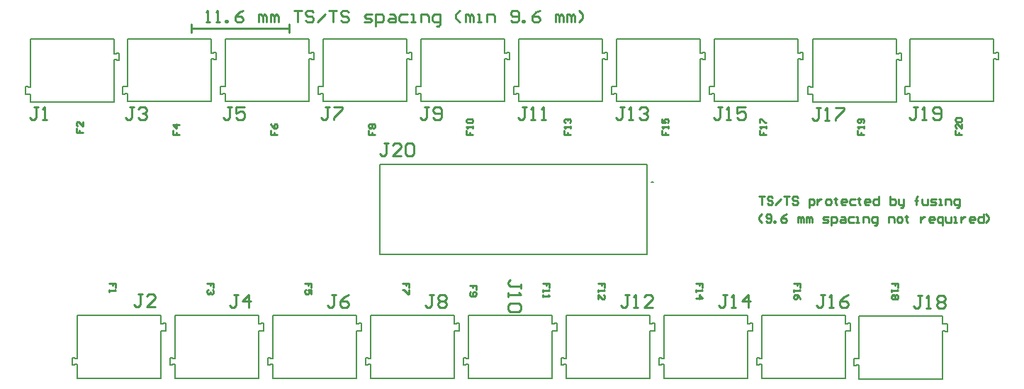
<source format=gto>
G04*
G04 #@! TF.GenerationSoftware,Altium Limited,Altium Designer,20.1.14 (287)*
G04*
G04 Layer_Color=65535*
%FSLAX25Y25*%
%MOIN*%
G70*
G04*
G04 #@! TF.SameCoordinates,283F559E-812C-43F7-8757-F5CE0260A4F6*
G04*
G04*
G04 #@! TF.FilePolarity,Positive*
G04*
G01*
G75*
%ADD10C,0.00787*%
%ADD11C,0.00500*%
%ADD12C,0.01000*%
D10*
X297323Y105591D02*
X296535D01*
X297323D01*
X433528Y13008D02*
Y35449D01*
Y38795D02*
Y42535D01*
Y35449D02*
X435890Y35252D01*
X433528Y38795D02*
X435890Y38992D01*
Y35252D02*
Y38992D01*
X394158Y22456D02*
Y42535D01*
X433528D01*
X394158Y13008D02*
Y19701D01*
X391796Y19405D02*
X394158Y19701D01*
X391796Y22752D02*
X394158Y22456D01*
X391796Y19405D02*
Y22752D01*
X394158Y13008D02*
X433528Y13008D01*
X387686Y13236D02*
Y35677D01*
Y39023D02*
Y42763D01*
Y35677D02*
X390048Y35480D01*
X387686Y39023D02*
X390048Y39220D01*
Y35480D02*
Y39220D01*
X348316Y22685D02*
Y42763D01*
X387686D01*
X348316Y13236D02*
Y19929D01*
X345953Y19634D02*
X348316Y19929D01*
X345953Y22980D02*
X348316Y22685D01*
X345953Y19634D02*
Y22980D01*
X348316Y13236D02*
X387686Y13236D01*
X341686D02*
Y35677D01*
Y39023D02*
Y42763D01*
Y35677D02*
X344048Y35480D01*
X341686Y39023D02*
X344048Y39220D01*
Y35480D02*
Y39220D01*
X302315Y22685D02*
Y42763D01*
X341686D01*
X302315Y13236D02*
Y19929D01*
X299953Y19634D02*
X302315Y19929D01*
X299953Y22980D02*
X302315Y22685D01*
X299953Y19634D02*
Y22980D01*
X302315Y13236D02*
X341686Y13236D01*
X295686D02*
Y35677D01*
Y39023D02*
Y42763D01*
Y35677D02*
X298048Y35480D01*
X295686Y39023D02*
X298048Y39220D01*
Y35480D02*
Y39220D01*
X256315Y22685D02*
Y42763D01*
X295686D01*
X256315Y13236D02*
Y19929D01*
X253953Y19634D02*
X256315Y19929D01*
X253953Y22980D02*
X256315Y22685D01*
X253953Y19634D02*
Y22980D01*
X256315Y13236D02*
X295686Y13236D01*
X249686D02*
Y35677D01*
Y39023D02*
Y42763D01*
Y35677D02*
X252048Y35480D01*
X249686Y39023D02*
X252048Y39220D01*
Y35480D02*
Y39220D01*
X210315Y22685D02*
Y42763D01*
X249686D01*
X210315Y13236D02*
Y19929D01*
X207953Y19634D02*
X210315Y19929D01*
X207953Y22980D02*
X210315Y22685D01*
X207953Y19634D02*
Y22980D01*
X210315Y13236D02*
X249686Y13236D01*
X203686D02*
Y35677D01*
Y39023D02*
Y42763D01*
Y35677D02*
X206048Y35480D01*
X203686Y39023D02*
X206048Y39220D01*
Y35480D02*
Y39220D01*
X164315Y22685D02*
Y42763D01*
X203686D01*
X164315Y13236D02*
Y19929D01*
X161953Y19634D02*
X164315Y19929D01*
X161953Y22980D02*
X164315Y22685D01*
X161953Y19634D02*
Y22980D01*
X164315Y13236D02*
X203686Y13236D01*
X157686D02*
Y35677D01*
Y39023D02*
Y42763D01*
Y35677D02*
X160048Y35480D01*
X157686Y39023D02*
X160048Y39220D01*
Y35480D02*
Y39220D01*
X118315Y22685D02*
Y42763D01*
X157686D01*
X118315Y13236D02*
Y19929D01*
X115953Y19634D02*
X118315Y19929D01*
X115953Y22980D02*
X118315Y22685D01*
X115953Y19634D02*
Y22980D01*
X118315Y13236D02*
X157686Y13236D01*
X111686D02*
Y35677D01*
Y39023D02*
Y42763D01*
Y35677D02*
X114048Y35480D01*
X111686Y39023D02*
X114048Y39220D01*
Y35480D02*
Y39220D01*
X72316Y22685D02*
Y42763D01*
X111686D01*
X72316Y13236D02*
Y19929D01*
X69953Y19634D02*
X72316Y19929D01*
X69953Y22980D02*
X72316Y22685D01*
X69953Y19634D02*
Y22980D01*
X72316Y13236D02*
X111686Y13236D01*
X65686D02*
Y35677D01*
Y39023D02*
Y42763D01*
Y35677D02*
X68048Y35480D01*
X65686Y39023D02*
X68048Y39220D01*
Y35480D02*
Y39220D01*
X26316Y22685D02*
Y42763D01*
X65686D01*
X26316Y13236D02*
Y19929D01*
X23953Y19634D02*
X26316Y19929D01*
X23953Y22980D02*
X26316Y22685D01*
X23953Y19634D02*
Y22980D01*
X26316Y13236D02*
X65686Y13236D01*
X4314Y150323D02*
Y172764D01*
Y143237D02*
Y146977D01*
X1952Y150520D02*
X4314Y150323D01*
X1952Y146780D02*
X4314Y146977D01*
X1952Y146780D02*
Y150520D01*
X43685Y143237D02*
Y163315D01*
X4314Y143237D02*
X43685D01*
Y166071D02*
Y172764D01*
Y166071D02*
X46047Y166366D01*
X43685Y163315D02*
X46047Y163020D01*
Y166366D01*
X4314Y172764D02*
X43685Y172764D01*
X50157Y150551D02*
Y172992D01*
Y143465D02*
Y147205D01*
X47794Y150748D02*
X50157Y150551D01*
X47794Y147008D02*
X50157Y147205D01*
X47794Y147008D02*
Y150748D01*
X89527Y143465D02*
Y163543D01*
X50157Y143465D02*
X89527D01*
Y166299D02*
Y172992D01*
Y166299D02*
X91889Y166595D01*
X89527Y163543D02*
X91889Y163248D01*
Y166595D01*
X50157Y172992D02*
X89527Y172992D01*
X96157Y150551D02*
Y172992D01*
Y143465D02*
Y147205D01*
X93795Y150748D02*
X96157Y150551D01*
X93795Y147008D02*
X96157Y147205D01*
X93795Y147008D02*
Y150748D01*
X135527Y143465D02*
Y163543D01*
X96157Y143465D02*
X135527D01*
Y166299D02*
Y172992D01*
Y166299D02*
X137889Y166595D01*
X135527Y163543D02*
X137889Y163248D01*
Y166595D01*
X96157Y172992D02*
X135527Y172992D01*
X142157Y150551D02*
Y172992D01*
Y143465D02*
Y147205D01*
X139795Y150748D02*
X142157Y150551D01*
X139795Y147008D02*
X142157Y147205D01*
X139795Y147008D02*
Y150748D01*
X181527Y143465D02*
Y163543D01*
X142157Y143465D02*
X181527D01*
Y166299D02*
Y172992D01*
Y166299D02*
X183889Y166595D01*
X181527Y163543D02*
X183889Y163248D01*
Y166595D01*
X142157Y172992D02*
X181527Y172992D01*
X188157Y150551D02*
Y172992D01*
Y143465D02*
Y147205D01*
X185794Y150748D02*
X188157Y150551D01*
X185794Y147008D02*
X188157Y147205D01*
X185794Y147008D02*
Y150748D01*
X227527Y143465D02*
Y163543D01*
X188157Y143465D02*
X227527D01*
Y166299D02*
Y172992D01*
Y166299D02*
X229889Y166595D01*
X227527Y163543D02*
X229889Y163248D01*
Y166595D01*
X188157Y172992D02*
X227527Y172992D01*
X234157Y150551D02*
Y172992D01*
Y143465D02*
Y147205D01*
X231795Y150748D02*
X234157Y150551D01*
X231795Y147008D02*
X234157Y147205D01*
X231795Y147008D02*
Y150748D01*
X273527Y143465D02*
Y163543D01*
X234157Y143465D02*
X273527D01*
Y166299D02*
Y172992D01*
Y166299D02*
X275889Y166595D01*
X273527Y163543D02*
X275889Y163248D01*
Y166595D01*
X234157Y172992D02*
X273527Y172992D01*
X280157Y150551D02*
Y172992D01*
Y143465D02*
Y147205D01*
X277795Y150748D02*
X280157Y150551D01*
X277795Y147008D02*
X280157Y147205D01*
X277795Y147008D02*
Y150748D01*
X319527Y143465D02*
Y163543D01*
X280157Y143465D02*
X319527D01*
Y166299D02*
Y172992D01*
Y166299D02*
X321889Y166595D01*
X319527Y163543D02*
X321889Y163248D01*
Y166595D01*
X280157Y172992D02*
X319527Y172992D01*
X326157Y150551D02*
Y172992D01*
Y143465D02*
Y147205D01*
X323795Y150748D02*
X326157Y150551D01*
X323795Y147008D02*
X326157Y147205D01*
X323795Y147008D02*
Y150748D01*
X365527Y143465D02*
Y163543D01*
X326157Y143465D02*
X365527D01*
Y166299D02*
Y172992D01*
Y166299D02*
X367889Y166595D01*
X365527Y163543D02*
X367889Y163248D01*
Y166595D01*
X326157Y172992D02*
X365527Y172992D01*
X372314Y150323D02*
Y172764D01*
Y143237D02*
Y146977D01*
X369952Y150520D02*
X372314Y150323D01*
X369952Y146780D02*
X372314Y146977D01*
X369952Y146780D02*
Y150520D01*
X411685Y143237D02*
Y163315D01*
X372314Y143237D02*
X411685D01*
Y166071D02*
Y172764D01*
Y166071D02*
X414047Y166366D01*
X411685Y163315D02*
X414047Y163020D01*
Y166366D01*
X372314Y172764D02*
X411685Y172764D01*
X418157Y150551D02*
Y172992D01*
Y143465D02*
Y147205D01*
X415795Y150748D02*
X418157Y150551D01*
X415795Y147008D02*
X418157Y147205D01*
X415795Y147008D02*
Y150748D01*
X457527Y143465D02*
Y163543D01*
X418157Y143465D02*
X457527D01*
Y166299D02*
Y172992D01*
Y166299D02*
X459889Y166595D01*
X457527Y163543D02*
X459889Y163248D01*
Y166595D01*
X418157Y172992D02*
X457527Y172992D01*
D11*
X294370Y71732D02*
Y113858D01*
X168780Y71732D02*
Y113858D01*
Y71732D02*
X294370D01*
X168780Y113858D02*
X294370D01*
D12*
X80000Y176000D02*
Y180000D01*
X126000Y176000D02*
Y180000D01*
X80000Y178000D02*
X126000D01*
X347000Y99000D02*
X349624D01*
X348312D01*
Y95064D01*
X353560Y98344D02*
X352904Y99000D01*
X351592D01*
X350936Y98344D01*
Y97688D01*
X351592Y97032D01*
X352904D01*
X353560Y96376D01*
Y95720D01*
X352904Y95064D01*
X351592D01*
X350936Y95720D01*
X354872Y95064D02*
X357495Y97688D01*
X358807Y99000D02*
X361431D01*
X360119D01*
Y95064D01*
X365367Y98344D02*
X364711Y99000D01*
X363399D01*
X362743Y98344D01*
Y97688D01*
X363399Y97032D01*
X364711D01*
X365367Y96376D01*
Y95720D01*
X364711Y95064D01*
X363399D01*
X362743Y95720D01*
X370614Y93752D02*
Y97688D01*
X372582D01*
X373238Y97032D01*
Y95720D01*
X372582Y95064D01*
X370614D01*
X374550Y97688D02*
Y95064D01*
Y96376D01*
X375206Y97032D01*
X375862Y97688D01*
X376518D01*
X379142Y95064D02*
X380454D01*
X381110Y95720D01*
Y97032D01*
X380454Y97688D01*
X379142D01*
X378486Y97032D01*
Y95720D01*
X379142Y95064D01*
X383078Y98344D02*
Y97688D01*
X382422D01*
X383734D01*
X383078D01*
Y95720D01*
X383734Y95064D01*
X387669D02*
X386357D01*
X385701Y95720D01*
Y97032D01*
X386357Y97688D01*
X387669D01*
X388325Y97032D01*
Y96376D01*
X385701D01*
X392261Y97688D02*
X390293D01*
X389637Y97032D01*
Y95720D01*
X390293Y95064D01*
X392261D01*
X394229Y98344D02*
Y97688D01*
X393573D01*
X394885D01*
X394229D01*
Y95720D01*
X394885Y95064D01*
X398821D02*
X397509D01*
X396853Y95720D01*
Y97032D01*
X397509Y97688D01*
X398821D01*
X399477Y97032D01*
Y96376D01*
X396853D01*
X403412Y99000D02*
Y95064D01*
X401444D01*
X400788Y95720D01*
Y97032D01*
X401444Y97688D01*
X403412D01*
X408660Y99000D02*
Y95064D01*
X410628D01*
X411284Y95720D01*
Y96376D01*
Y97032D01*
X410628Y97688D01*
X408660D01*
X412596D02*
Y95720D01*
X413252Y95064D01*
X415219D01*
Y94408D01*
X414564Y93752D01*
X413908D01*
X415219Y95064D02*
Y97688D01*
X421123Y95064D02*
Y98344D01*
Y97032D01*
X420467D01*
X421779D01*
X421123D01*
Y98344D01*
X421779Y99000D01*
X423747Y97688D02*
Y95720D01*
X424403Y95064D01*
X426371D01*
Y97688D01*
X427683Y95064D02*
X429650D01*
X430306Y95720D01*
X429650Y96376D01*
X428339D01*
X427683Y97032D01*
X428339Y97688D01*
X430306D01*
X431618Y95064D02*
X432930D01*
X432274D01*
Y97688D01*
X431618D01*
X434898Y95064D02*
Y97688D01*
X436866D01*
X437522Y97032D01*
Y95064D01*
X440146Y93752D02*
X440802D01*
X441458Y94408D01*
Y97688D01*
X439490D01*
X438834Y97032D01*
Y95720D01*
X439490Y95064D01*
X441458D01*
X348312Y86629D02*
X347000Y87941D01*
Y89253D01*
X348312Y90565D01*
X350280Y87285D02*
X350936Y86629D01*
X352248D01*
X352904Y87285D01*
Y89909D01*
X352248Y90565D01*
X350936D01*
X350280Y89909D01*
Y89253D01*
X350936Y88597D01*
X352904D01*
X354216Y86629D02*
Y87285D01*
X354872D01*
Y86629D01*
X354216D01*
X360119Y90565D02*
X358807Y89909D01*
X357495Y88597D01*
Y87285D01*
X358151Y86629D01*
X359463D01*
X360119Y87285D01*
Y87941D01*
X359463Y88597D01*
X357495D01*
X365367Y86629D02*
Y89253D01*
X366023D01*
X366679Y88597D01*
Y86629D01*
Y88597D01*
X367335Y89253D01*
X367991Y88597D01*
Y86629D01*
X369303D02*
Y89253D01*
X369958D01*
X370614Y88597D01*
Y86629D01*
Y88597D01*
X371270Y89253D01*
X371926Y88597D01*
Y86629D01*
X377174D02*
X379142D01*
X379798Y87285D01*
X379142Y87941D01*
X377830D01*
X377174Y88597D01*
X377830Y89253D01*
X379798D01*
X381110Y85318D02*
Y89253D01*
X383078D01*
X383734Y88597D01*
Y87285D01*
X383078Y86629D01*
X381110D01*
X385701Y89253D02*
X387013D01*
X387669Y88597D01*
Y86629D01*
X385701D01*
X385046Y87285D01*
X385701Y87941D01*
X387669D01*
X391605Y89253D02*
X389637D01*
X388981Y88597D01*
Y87285D01*
X389637Y86629D01*
X391605D01*
X392917D02*
X394229D01*
X393573D01*
Y89253D01*
X392917D01*
X396197Y86629D02*
Y89253D01*
X398165D01*
X398821Y88597D01*
Y86629D01*
X401444Y85318D02*
X402100D01*
X402756Y85974D01*
Y89253D01*
X400788D01*
X400133Y88597D01*
Y87285D01*
X400788Y86629D01*
X402756D01*
X408004D02*
Y89253D01*
X409972D01*
X410628Y88597D01*
Y86629D01*
X412596D02*
X413908D01*
X414564Y87285D01*
Y88597D01*
X413908Y89253D01*
X412596D01*
X411940Y88597D01*
Y87285D01*
X412596Y86629D01*
X416531Y89909D02*
Y89253D01*
X415875D01*
X417187D01*
X416531D01*
Y87285D01*
X417187Y86629D01*
X423091Y89253D02*
Y86629D01*
Y87941D01*
X423747Y88597D01*
X424403Y89253D01*
X425059D01*
X428995Y86629D02*
X427683D01*
X427027Y87285D01*
Y88597D01*
X427683Y89253D01*
X428995D01*
X429650Y88597D01*
Y87941D01*
X427027D01*
X433586Y85318D02*
Y89253D01*
X431618D01*
X430962Y88597D01*
Y87285D01*
X431618Y86629D01*
X433586D01*
X434898Y89253D02*
Y87285D01*
X435554Y86629D01*
X437522D01*
Y89253D01*
X438834Y86629D02*
X440146D01*
X439490D01*
Y89253D01*
X438834D01*
X442114D02*
Y86629D01*
Y87941D01*
X442770Y88597D01*
X443426Y89253D01*
X444082D01*
X448017Y86629D02*
X446705D01*
X446049Y87285D01*
Y88597D01*
X446705Y89253D01*
X448017D01*
X448673Y88597D01*
Y87941D01*
X446049D01*
X452609Y90565D02*
Y86629D01*
X450641D01*
X449985Y87285D01*
Y88597D01*
X450641Y89253D01*
X452609D01*
X453921Y86629D02*
X455233Y87941D01*
Y89253D01*
X453921Y90565D01*
X172699Y123898D02*
X170699D01*
X171699D01*
Y118900D01*
X170699Y117900D01*
X169700D01*
X168700Y118900D01*
X178697Y117900D02*
X174698D01*
X178697Y121899D01*
Y122898D01*
X177697Y123898D01*
X175698D01*
X174698Y122898D01*
X180696D02*
X181696Y123898D01*
X183695D01*
X184695Y122898D01*
Y118900D01*
X183695Y117900D01*
X181696D01*
X180696Y118900D01*
Y122898D01*
X26048Y130968D02*
Y129000D01*
X27524D01*
Y129984D01*
Y129000D01*
X29000D01*
Y133920D02*
Y131952D01*
X27032Y133920D01*
X26540D01*
X26048Y133428D01*
Y132444D01*
X26540Y131952D01*
X87000Y180837D02*
X88837D01*
X87918D01*
Y186347D01*
X87000Y185428D01*
X91592Y180837D02*
X93428D01*
X92510D01*
Y186347D01*
X91592Y185428D01*
X96183Y180837D02*
Y181755D01*
X97102D01*
Y180837D01*
X96183D01*
X104448Y186347D02*
X102612Y185428D01*
X100775Y183592D01*
Y181755D01*
X101693Y180837D01*
X103530D01*
X104448Y181755D01*
Y182673D01*
X103530Y183592D01*
X100775D01*
X111795Y180837D02*
Y184510D01*
X112714D01*
X113632Y183592D01*
Y180837D01*
Y183592D01*
X114550Y184510D01*
X115469Y183592D01*
Y180837D01*
X117305D02*
Y184510D01*
X118224D01*
X119142Y183592D01*
Y180837D01*
Y183592D01*
X120060Y184510D01*
X120978Y183592D01*
Y180837D01*
X128325Y186347D02*
X131999D01*
X130162D01*
Y180837D01*
X137509Y185428D02*
X136590Y186347D01*
X134754D01*
X133835Y185428D01*
Y184510D01*
X134754Y183592D01*
X136590D01*
X137509Y182673D01*
Y181755D01*
X136590Y180837D01*
X134754D01*
X133835Y181755D01*
X139345Y180837D02*
X143019Y184510D01*
X144855Y186347D02*
X148529D01*
X146692D01*
Y180837D01*
X154039Y185428D02*
X153120Y186347D01*
X151284D01*
X150365Y185428D01*
Y184510D01*
X151284Y183592D01*
X153120D01*
X154039Y182673D01*
Y181755D01*
X153120Y180837D01*
X151284D01*
X150365Y181755D01*
X161385Y180837D02*
X164140D01*
X165059Y181755D01*
X164140Y182673D01*
X162304D01*
X161385Y183592D01*
X162304Y184510D01*
X165059D01*
X166895Y179000D02*
Y184510D01*
X169650D01*
X170569Y183592D01*
Y181755D01*
X169650Y180837D01*
X166895D01*
X173324Y184510D02*
X175161D01*
X176079Y183592D01*
Y180837D01*
X173324D01*
X172406Y181755D01*
X173324Y182673D01*
X176079D01*
X181589Y184510D02*
X178834D01*
X177916Y183592D01*
Y181755D01*
X178834Y180837D01*
X181589D01*
X183425D02*
X185262D01*
X184344D01*
Y184510D01*
X183425D01*
X188017Y180837D02*
Y184510D01*
X190772D01*
X191691Y183592D01*
Y180837D01*
X195364Y179000D02*
X196282D01*
X197201Y179918D01*
Y184510D01*
X194446D01*
X193527Y183592D01*
Y181755D01*
X194446Y180837D01*
X197201D01*
X206384D02*
X204547Y182673D01*
Y184510D01*
X206384Y186347D01*
X209139Y180837D02*
Y184510D01*
X210057D01*
X210976Y183592D01*
Y180837D01*
Y183592D01*
X211894Y184510D01*
X212812Y183592D01*
Y180837D01*
X214649D02*
X216486D01*
X215567D01*
Y184510D01*
X214649D01*
X219241Y180837D02*
Y184510D01*
X221996D01*
X222914Y183592D01*
Y180837D01*
X230261Y181755D02*
X231179Y180837D01*
X233016D01*
X233934Y181755D01*
Y185428D01*
X233016Y186347D01*
X231179D01*
X230261Y185428D01*
Y184510D01*
X231179Y183592D01*
X233934D01*
X235771Y180837D02*
Y181755D01*
X236689D01*
Y180837D01*
X235771D01*
X244036Y186347D02*
X242199Y185428D01*
X240363Y183592D01*
Y181755D01*
X241281Y180837D01*
X243117D01*
X244036Y181755D01*
Y182673D01*
X243117Y183592D01*
X240363D01*
X251382Y180837D02*
Y184510D01*
X252301D01*
X253219Y183592D01*
Y180837D01*
Y183592D01*
X254138Y184510D01*
X255056Y183592D01*
Y180837D01*
X256893D02*
Y184510D01*
X257811D01*
X258729Y183592D01*
Y180837D01*
Y183592D01*
X259648Y184510D01*
X260566Y183592D01*
Y180837D01*
X262403D02*
X264239Y182673D01*
Y184510D01*
X262403Y186347D01*
X163548Y129995D02*
Y128028D01*
X165024D01*
Y129011D01*
Y128028D01*
X166500D01*
X164040Y130979D02*
X163548Y131471D01*
Y132455D01*
X164040Y132947D01*
X164532D01*
X165024Y132455D01*
X165516Y132947D01*
X166008D01*
X166500Y132455D01*
Y131471D01*
X166008Y130979D01*
X165516D01*
X165024Y131471D01*
X164532Y130979D01*
X164040D01*
X165024Y131471D02*
Y132455D01*
X347548Y129995D02*
Y128028D01*
X349024D01*
Y129011D01*
Y128028D01*
X350500D01*
Y130979D02*
Y131963D01*
Y131471D01*
X347548D01*
X348040Y130979D01*
X347548Y133439D02*
Y135407D01*
X348040D01*
X350008Y133439D01*
X350500D01*
X44452Y56005D02*
Y57972D01*
X42976D01*
Y56989D01*
Y57972D01*
X41500D01*
Y55021D02*
Y54037D01*
Y54529D01*
X44452D01*
X43960Y55021D01*
X213952Y55032D02*
Y57000D01*
X212476D01*
Y56016D01*
Y57000D01*
X211000D01*
X211492Y54048D02*
X211000Y53556D01*
Y52572D01*
X211492Y52080D01*
X213460D01*
X213952Y52572D01*
Y53556D01*
X213460Y54048D01*
X212968D01*
X212476Y53556D01*
Y52080D01*
X412452Y56005D02*
Y57972D01*
X410976D01*
Y56989D01*
Y57972D01*
X409500D01*
Y55021D02*
Y54037D01*
Y54529D01*
X412452D01*
X411960Y55021D01*
Y52561D02*
X412452Y52069D01*
Y51085D01*
X411960Y50593D01*
X411468D01*
X410976Y51085D01*
X410484Y50593D01*
X409992D01*
X409500Y51085D01*
Y52069D01*
X409992Y52561D01*
X410484D01*
X410976Y52069D01*
X411468Y52561D01*
X411960D01*
X410976Y52069D02*
Y51085D01*
X71548Y129995D02*
Y128028D01*
X73024D01*
Y129011D01*
Y128028D01*
X74500D01*
Y132455D02*
X71548D01*
X73024Y130979D01*
Y132947D01*
X117548Y129995D02*
Y128028D01*
X119024D01*
Y129011D01*
Y128028D01*
X120500D01*
X117548Y132947D02*
X118040Y131963D01*
X119024Y130979D01*
X120008D01*
X120500Y131471D01*
Y132455D01*
X120008Y132947D01*
X119516D01*
X119024Y132455D01*
Y130979D01*
X209548Y129995D02*
Y128028D01*
X211024D01*
Y129011D01*
Y128028D01*
X212500D01*
Y130979D02*
Y131963D01*
Y131471D01*
X209548D01*
X210040Y130979D01*
Y133439D02*
X209548Y133931D01*
Y134915D01*
X210040Y135407D01*
X212008D01*
X212500Y134915D01*
Y133931D01*
X212008Y133439D01*
X210040D01*
X255548Y129995D02*
Y128028D01*
X257024D01*
Y129011D01*
Y128028D01*
X258500D01*
Y130979D02*
Y131963D01*
Y131471D01*
X255548D01*
X256040Y130979D01*
Y133439D02*
X255548Y133931D01*
Y134915D01*
X256040Y135407D01*
X256532D01*
X257024Y134915D01*
Y134423D01*
Y134915D01*
X257516Y135407D01*
X258008D01*
X258500Y134915D01*
Y133931D01*
X258008Y133439D01*
X439548Y129995D02*
Y128028D01*
X441024D01*
Y129011D01*
Y128028D01*
X442500D01*
Y132947D02*
Y130979D01*
X440532Y132947D01*
X440040D01*
X439548Y132455D01*
Y131471D01*
X440040Y130979D01*
Y133931D02*
X439548Y134423D01*
Y135407D01*
X440040Y135899D01*
X442008D01*
X442500Y135407D01*
Y134423D01*
X442008Y133931D01*
X440040D01*
X136452Y56005D02*
Y57972D01*
X134976D01*
Y56989D01*
Y57972D01*
X133500D01*
X136452Y53053D02*
Y55021D01*
X134976D01*
X135468Y54037D01*
Y53545D01*
X134976Y53053D01*
X133992D01*
X133500Y53545D01*
Y54529D01*
X133992Y55021D01*
X182452Y56005D02*
Y57972D01*
X180976D01*
Y56989D01*
Y57972D01*
X179500D01*
X182452Y55021D02*
Y53053D01*
X181960D01*
X179992Y55021D01*
X179500D01*
X248452Y56005D02*
Y57972D01*
X246976D01*
Y56989D01*
Y57972D01*
X245500D01*
Y55021D02*
Y54037D01*
Y54529D01*
X248452D01*
X247960Y55021D01*
X245500Y52561D02*
Y51577D01*
Y52069D01*
X248452D01*
X247960Y52561D01*
X274452Y56005D02*
Y57972D01*
X272976D01*
Y56989D01*
Y57972D01*
X271500D01*
Y55021D02*
Y54037D01*
Y54529D01*
X274452D01*
X273960Y55021D01*
X271500Y50593D02*
Y52561D01*
X273468Y50593D01*
X273960D01*
X274452Y51085D01*
Y52069D01*
X273960Y52561D01*
X320452Y56005D02*
Y57972D01*
X318976D01*
Y56989D01*
Y57972D01*
X317500D01*
Y55021D02*
Y54037D01*
Y54529D01*
X320452D01*
X319960Y55021D01*
X317500Y51085D02*
X320452D01*
X318976Y52561D01*
Y50593D01*
X366452Y56005D02*
Y57972D01*
X364976D01*
Y56989D01*
Y57972D01*
X363500D01*
Y55021D02*
Y54037D01*
Y54529D01*
X366452D01*
X365960Y55021D01*
X366452Y50593D02*
X365960Y51577D01*
X364976Y52561D01*
X363992D01*
X363500Y52069D01*
Y51085D01*
X363992Y50593D01*
X364484D01*
X364976Y51085D01*
Y52561D01*
X393548Y129995D02*
Y128028D01*
X395024D01*
Y129011D01*
Y128028D01*
X396500D01*
Y130979D02*
Y131963D01*
Y131471D01*
X393548D01*
X394040Y130979D01*
X396008Y133439D02*
X396500Y133931D01*
Y134915D01*
X396008Y135407D01*
X394040D01*
X393548Y134915D01*
Y133931D01*
X394040Y133439D01*
X394532D01*
X395024Y133931D01*
Y135407D01*
X301548Y129995D02*
Y128028D01*
X303024D01*
Y129011D01*
Y128028D01*
X304500D01*
Y130979D02*
Y131963D01*
Y131471D01*
X301548D01*
X302040Y130979D01*
X301548Y135407D02*
Y133439D01*
X303024D01*
X302532Y134423D01*
Y134915D01*
X303024Y135407D01*
X304008D01*
X304500Y134915D01*
Y133931D01*
X304008Y133439D01*
X90452Y56005D02*
Y57972D01*
X88976D01*
Y56989D01*
Y57972D01*
X87500D01*
X89960Y55021D02*
X90452Y54529D01*
Y53545D01*
X89960Y53053D01*
X89468D01*
X88976Y53545D01*
Y54037D01*
Y53545D01*
X88484Y53053D01*
X87992D01*
X87500Y53545D01*
Y54529D01*
X87992Y55021D01*
X421899Y140826D02*
X419899D01*
X420899D01*
Y135828D01*
X419899Y134828D01*
X418900D01*
X417900Y135828D01*
X423898Y134828D02*
X425897D01*
X424898D01*
Y140826D01*
X423898Y139827D01*
X428896Y135828D02*
X429896Y134828D01*
X431895D01*
X432895Y135828D01*
Y139827D01*
X431895Y140826D01*
X429896D01*
X428896Y139827D01*
Y138827D01*
X429896Y137827D01*
X432895D01*
X423899Y52398D02*
X421899D01*
X422899D01*
Y47400D01*
X421899Y46400D01*
X420900D01*
X419900Y47400D01*
X425898Y46400D02*
X427897D01*
X426898D01*
Y52398D01*
X425898Y51398D01*
X430896D02*
X431896Y52398D01*
X433895D01*
X434895Y51398D01*
Y50399D01*
X433895Y49399D01*
X434895Y48399D01*
Y47400D01*
X433895Y46400D01*
X431896D01*
X430896Y47400D01*
Y48399D01*
X431896Y49399D01*
X430896Y50399D01*
Y51398D01*
X431896Y49399D02*
X433895D01*
X376099Y140598D02*
X374099D01*
X375099D01*
Y135600D01*
X374099Y134600D01*
X373100D01*
X372100Y135600D01*
X378098Y134600D02*
X380097D01*
X379098D01*
Y140598D01*
X378098Y139598D01*
X383096Y140598D02*
X387095D01*
Y139598D01*
X383096Y135600D01*
Y134600D01*
X378099Y52626D02*
X376099D01*
X377099D01*
Y47627D01*
X376099Y46628D01*
X375100D01*
X374100Y47627D01*
X380098Y46628D02*
X382097D01*
X381098D01*
Y52626D01*
X380098Y51626D01*
X389095Y52626D02*
X387096Y51626D01*
X385096Y49626D01*
Y47627D01*
X386096Y46628D01*
X388095D01*
X389095Y47627D01*
Y48627D01*
X388095Y49626D01*
X385096D01*
X329899Y140898D02*
X327899D01*
X328899D01*
Y135900D01*
X327899Y134900D01*
X326900D01*
X325900Y135900D01*
X331898Y134900D02*
X333897D01*
X332898D01*
Y140898D01*
X331898Y139898D01*
X340895Y140898D02*
X336896D01*
Y137899D01*
X338896Y138899D01*
X339896D01*
X340895Y137899D01*
Y135900D01*
X339896Y134900D01*
X337896D01*
X336896Y135900D01*
X332099Y52598D02*
X330099D01*
X331099D01*
Y47600D01*
X330099Y46600D01*
X329100D01*
X328100Y47600D01*
X334098Y46600D02*
X336097D01*
X335098D01*
Y52598D01*
X334098Y51598D01*
X342095Y46600D02*
Y52598D01*
X339096Y49599D01*
X343095D01*
X283899Y140898D02*
X281899D01*
X282899D01*
Y135900D01*
X281899Y134900D01*
X280900D01*
X279900Y135900D01*
X285898Y134900D02*
X287897D01*
X286898D01*
Y140898D01*
X285898Y139898D01*
X290896D02*
X291896Y140898D01*
X293896D01*
X294895Y139898D01*
Y138899D01*
X293896Y137899D01*
X292896D01*
X293896D01*
X294895Y136899D01*
Y135900D01*
X293896Y134900D01*
X291896D01*
X290896Y135900D01*
X286099Y52598D02*
X284099D01*
X285099D01*
Y47600D01*
X284099Y46600D01*
X283100D01*
X282100Y47600D01*
X288098Y46600D02*
X290097D01*
X289098D01*
Y52598D01*
X288098Y51598D01*
X297095Y46600D02*
X293096D01*
X297095Y50599D01*
Y51598D01*
X296095Y52598D01*
X294096D01*
X293096Y51598D01*
X237899Y140898D02*
X235899D01*
X236899D01*
Y135900D01*
X235899Y134900D01*
X234900D01*
X233900Y135900D01*
X239898Y134900D02*
X241897D01*
X240898D01*
Y140898D01*
X239898Y139898D01*
X244896Y134900D02*
X246896D01*
X245896D01*
Y140898D01*
X244896Y139898D01*
X234999Y55499D02*
Y57498D01*
Y56498D01*
X230001D01*
X229001Y57498D01*
Y58498D01*
X230001Y59498D01*
X229001Y53500D02*
Y51500D01*
Y52500D01*
X234999D01*
X233999Y53500D01*
Y48501D02*
X234999Y47501D01*
Y45502D01*
X233999Y44502D01*
X230001D01*
X229001Y45502D01*
Y47501D01*
X230001Y48501D01*
X233999D01*
X191899Y140883D02*
X189899D01*
X190899D01*
Y135885D01*
X189899Y134885D01*
X188900D01*
X187900Y135885D01*
X193898D02*
X194898Y134885D01*
X196897D01*
X197897Y135885D01*
Y139883D01*
X196897Y140883D01*
X194898D01*
X193898Y139883D01*
Y138884D01*
X194898Y137884D01*
X197897D01*
X194099Y52598D02*
X192099D01*
X193099D01*
Y47600D01*
X192099Y46600D01*
X191100D01*
X190100Y47600D01*
X196098Y51598D02*
X197098Y52598D01*
X199097D01*
X200097Y51598D01*
Y50599D01*
X199097Y49599D01*
X200097Y48599D01*
Y47600D01*
X199097Y46600D01*
X197098D01*
X196098Y47600D01*
Y48599D01*
X197098Y49599D01*
X196098Y50599D01*
Y51598D01*
X197098Y49599D02*
X199097D01*
X145000Y140999D02*
X143001D01*
X144001D01*
Y136001D01*
X143001Y135001D01*
X142001D01*
X141002Y136001D01*
X147000Y140999D02*
X150998D01*
Y139999D01*
X147000Y136001D01*
Y135001D01*
X148099Y52612D02*
X146099D01*
X147099D01*
Y47614D01*
X146099Y46614D01*
X145100D01*
X144100Y47614D01*
X154097Y52612D02*
X152097Y51613D01*
X150098Y49613D01*
Y47614D01*
X151098Y46614D01*
X153097D01*
X154097Y47614D01*
Y48614D01*
X153097Y49613D01*
X150098D01*
X99000Y140999D02*
X97001D01*
X98001D01*
Y136001D01*
X97001Y135001D01*
X96001D01*
X95002Y136001D01*
X104998Y140999D02*
X101000D01*
Y138000D01*
X102999Y139000D01*
X103999D01*
X104998Y138000D01*
Y136001D01*
X103999Y135001D01*
X101999D01*
X101000Y136001D01*
X102099Y52598D02*
X100099D01*
X101099D01*
Y47600D01*
X100099Y46600D01*
X99100D01*
X98100Y47600D01*
X107097Y46600D02*
Y52598D01*
X104098Y49599D01*
X108097D01*
X53000Y140999D02*
X51001D01*
X52001D01*
Y136001D01*
X51001Y135001D01*
X50001D01*
X49002Y136001D01*
X55000Y139999D02*
X55999Y140999D01*
X57999D01*
X58998Y139999D01*
Y139000D01*
X57999Y138000D01*
X56999D01*
X57999D01*
X58998Y137000D01*
Y136001D01*
X57999Y135001D01*
X55999D01*
X55000Y136001D01*
X57000Y52999D02*
X55001D01*
X56001D01*
Y48001D01*
X55001Y47001D01*
X54001D01*
X53002Y48001D01*
X62998Y47001D02*
X59000D01*
X62998Y51000D01*
Y51999D01*
X61999Y52999D01*
X59999D01*
X59000Y51999D01*
X8000Y140999D02*
X6001D01*
X7000D01*
Y136001D01*
X6001Y135001D01*
X5001D01*
X4001Y136001D01*
X9999Y135001D02*
X11999D01*
X10999D01*
Y140999D01*
X9999Y139999D01*
M02*

</source>
